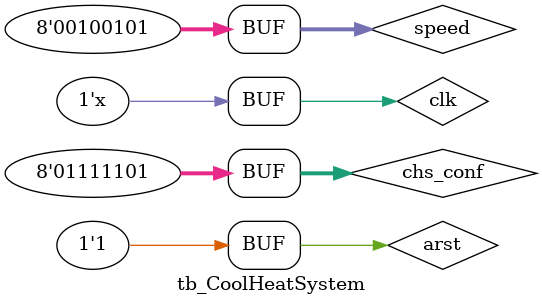
<source format=v>
`timescale 1ns / 1ps


module tb_CoolHeatSystem;

	// Inputs
	reg arst;
	reg clk;
	reg [7:0] speed;
	reg [7:0] chs_conf;

	// Outputs
	wire [3:0] chs_power;
	wire chs_mode;
	wire pwm_data;

	// Instantiate the Unit Under Test (UUT)
	CoolHeatSystem uut (
		.arst(arst), 
		.clk(clk), 
		.speed(speed), 
		.chs_conf(chs_conf), 
		.chs_power(chs_power), 
		.chs_mode(chs_mode), 
		.pwm_data(pwm_data)
	);

	initial begin
		// Initialize Inputs
		arst = 0;
		clk = 0;
		speed = 0;
		chs_conf = 0;

		// Wait 100 ns for global reset to finish
		#10 chs_conf = 8'b00001011; speed = 8'b00000110; arst = 1'b1;
		#50 chs_conf = 8'b10011010;
		#30 chs_conf = 8'b01111101;
		#100 speed = 8'b00100101;

	end
	
	always #10 clk = ~clk;
      
endmodule


</source>
